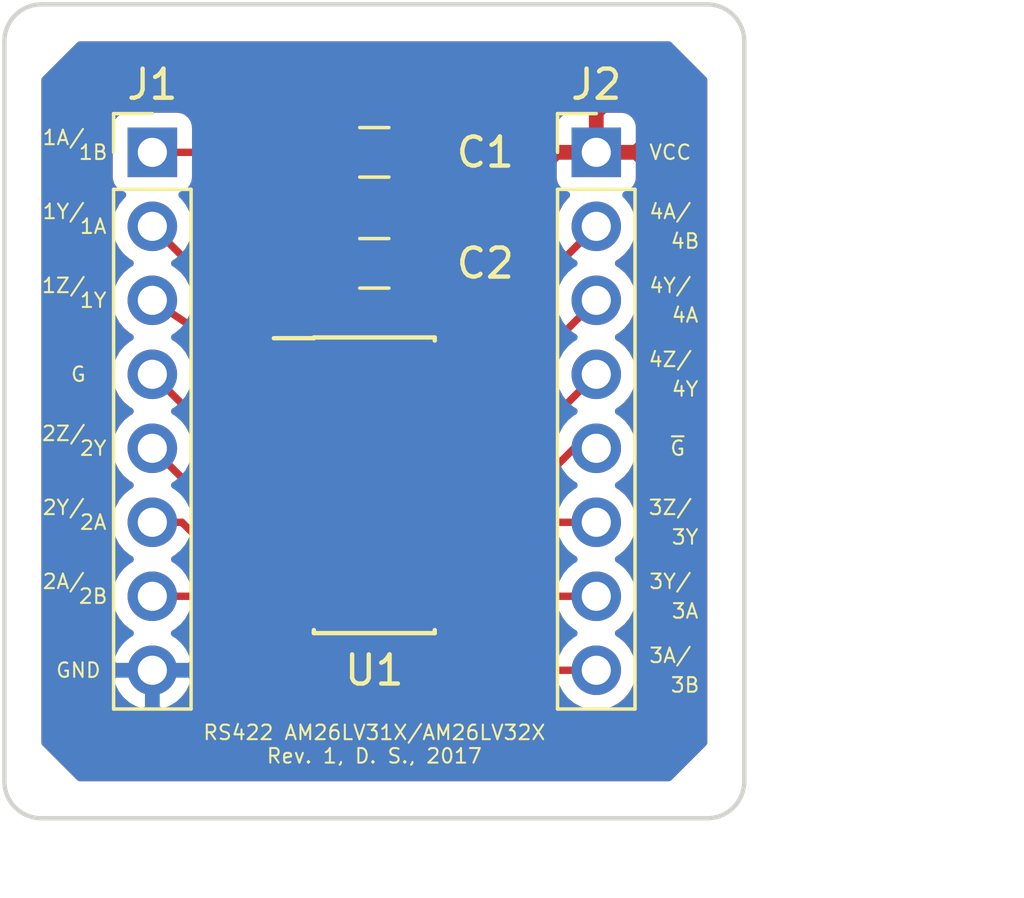
<source format=kicad_pcb>
(kicad_pcb (version 4) (host pcbnew 4.0.6-e0-6349~53~ubuntu16.04.1)

  (general
    (links 20)
    (no_connects 0)
    (area 129.464999 88.824999 167.413715 121.572001)
    (thickness 1.6002)
    (drawings 39)
    (tracks 61)
    (zones 0)
    (modules 5)
    (nets 17)
  )

  (page USLetter)
  (title_block
    (title RS422-breakout)
    (date 2017-05-15)
    (rev 1)
    (company "Space Sciences Laboratory")
    (comment 1 "Drawn by David Sundkvist")
  )

  (layers
    (0 F.Cu signal)
    (31 B.Cu signal)
    (34 B.Paste user)
    (35 F.Paste user)
    (36 B.SilkS user)
    (37 F.SilkS user)
    (38 B.Mask user)
    (39 F.Mask user)
    (40 Dwgs.User user)
    (41 Cmts.User user)
    (42 Eco1.User user)
    (43 Eco2.User user)
    (44 Edge.Cuts user)
    (45 Margin user)
  )

  (setup
    (last_trace_width 0.254)
    (trace_clearance 0.254)
    (zone_clearance 0.508)
    (zone_45_only yes)
    (trace_min 0.1524)
    (segment_width 0.2)
    (edge_width 0.15)
    (via_size 0.6858)
    (via_drill 0.3302)
    (via_min_size 0.6858)
    (via_min_drill 0.3302)
    (uvia_size 0.762)
    (uvia_drill 0.508)
    (uvias_allowed no)
    (uvia_min_size 0)
    (uvia_min_drill 0)
    (pcb_text_width 0.3)
    (pcb_text_size 1.5 1.5)
    (mod_edge_width 0.15)
    (mod_text_size 1 1)
    (mod_text_width 0.15)
    (pad_size 1.524 1.524)
    (pad_drill 0.762)
    (pad_to_mask_clearance 0.2)
    (aux_axis_origin 0 0)
    (visible_elements FFFEFF7F)
    (pcbplotparams
      (layerselection 0x010f0_80000001)
      (usegerberextensions true)
      (excludeedgelayer true)
      (linewidth 0.100000)
      (plotframeref false)
      (viasonmask false)
      (mode 1)
      (useauxorigin false)
      (hpglpennumber 1)
      (hpglpenspeed 20)
      (hpglpendiameter 15)
      (hpglpenoverlay 2)
      (psnegative false)
      (psa4output false)
      (plotreference true)
      (plotvalue true)
      (plotinvisibletext false)
      (padsonsilk false)
      (subtractmaskfromsilk false)
      (outputformat 1)
      (mirror false)
      (drillshape 0)
      (scaleselection 1)
      (outputdirectory /home/davids/KiCAD/TRICE2/RS422_breakout/gerbers))
  )

  (net 0 "")
  (net 1 VCC)
  (net 2 GND)
  (net 3 1A)
  (net 4 1Y)
  (net 5 1Z)
  (net 6 G)
  (net 7 2Z)
  (net 8 2Y)
  (net 9 2A)
  (net 10 4A)
  (net 11 4Y)
  (net 12 4Z)
  (net 13 ~G~)
  (net 14 3Z)
  (net 15 3Y)
  (net 16 3A)

  (net_class Default "This is the default net class."
    (clearance 0.254)
    (trace_width 0.254)
    (via_dia 0.6858)
    (via_drill 0.3302)
    (uvia_dia 0.762)
    (uvia_drill 0.508)
    (add_net 1A)
    (add_net 1Y)
    (add_net 1Z)
    (add_net 2A)
    (add_net 2Y)
    (add_net 2Z)
    (add_net 3A)
    (add_net 3Y)
    (add_net 3Z)
    (add_net 4A)
    (add_net 4Y)
    (add_net 4Z)
    (add_net G)
    (add_net VCC)
    (add_net ~G~)
  )

  (net_class Ground ""
    (clearance 0.2)
    (trace_width 0.35)
    (via_dia 0.6858)
    (via_drill 0.3302)
    (uvia_dia 0.762)
    (uvia_drill 0.508)
    (add_net GND)
  )

  (module Capacitors_SMD:C_0805_HandSoldering (layer F.Cu) (tedit 591A3A21) (tstamp 591A31FA)
    (at 142.24 93.98 180)
    (descr "Capacitor SMD 0805, hand soldering")
    (tags "capacitor 0805")
    (path /591A322E)
    (attr smd)
    (fp_text reference C1 (at -3.81 0 180) (layer F.SilkS)
      (effects (font (size 1 1) (thickness 0.15)))
    )
    (fp_text value 1uF (at 0 1.75 180) (layer F.Fab)
      (effects (font (size 1 1) (thickness 0.15)))
    )
    (fp_text user %R (at 0 -1.75 180) (layer F.Fab)
      (effects (font (size 1 1) (thickness 0.15)))
    )
    (fp_line (start -1 0.62) (end -1 -0.62) (layer F.Fab) (width 0.1))
    (fp_line (start 1 0.62) (end -1 0.62) (layer F.Fab) (width 0.1))
    (fp_line (start 1 -0.62) (end 1 0.62) (layer F.Fab) (width 0.1))
    (fp_line (start -1 -0.62) (end 1 -0.62) (layer F.Fab) (width 0.1))
    (fp_line (start 0.5 -0.85) (end -0.5 -0.85) (layer F.SilkS) (width 0.12))
    (fp_line (start -0.5 0.85) (end 0.5 0.85) (layer F.SilkS) (width 0.12))
    (fp_line (start -2.25 -0.88) (end 2.25 -0.88) (layer F.CrtYd) (width 0.05))
    (fp_line (start -2.25 -0.88) (end -2.25 0.87) (layer F.CrtYd) (width 0.05))
    (fp_line (start 2.25 0.87) (end 2.25 -0.88) (layer F.CrtYd) (width 0.05))
    (fp_line (start 2.25 0.87) (end -2.25 0.87) (layer F.CrtYd) (width 0.05))
    (pad 1 smd rect (at -1.25 0 180) (size 1.5 1.25) (layers F.Cu F.Paste F.Mask)
      (net 1 VCC))
    (pad 2 smd rect (at 1.25 0 180) (size 1.5 1.25) (layers F.Cu F.Paste F.Mask)
      (net 2 GND))
    (model Capacitors_SMD.3dshapes/C_0805.wrl
      (at (xyz 0 0 0))
      (scale (xyz 1 1 1))
      (rotate (xyz 0 0 0))
    )
  )

  (module Capacitors_SMD:C_0805_HandSoldering (layer F.Cu) (tedit 591A3A24) (tstamp 591A3200)
    (at 142.24 97.79 180)
    (descr "Capacitor SMD 0805, hand soldering")
    (tags "capacitor 0805")
    (path /591A3327)
    (attr smd)
    (fp_text reference C2 (at -3.81 0 180) (layer F.SilkS)
      (effects (font (size 1 1) (thickness 0.15)))
    )
    (fp_text value 10nF (at 0 1.75 180) (layer F.Fab)
      (effects (font (size 1 1) (thickness 0.15)))
    )
    (fp_text user %R (at 0 -1.75 180) (layer F.Fab)
      (effects (font (size 1 1) (thickness 0.15)))
    )
    (fp_line (start -1 0.62) (end -1 -0.62) (layer F.Fab) (width 0.1))
    (fp_line (start 1 0.62) (end -1 0.62) (layer F.Fab) (width 0.1))
    (fp_line (start 1 -0.62) (end 1 0.62) (layer F.Fab) (width 0.1))
    (fp_line (start -1 -0.62) (end 1 -0.62) (layer F.Fab) (width 0.1))
    (fp_line (start 0.5 -0.85) (end -0.5 -0.85) (layer F.SilkS) (width 0.12))
    (fp_line (start -0.5 0.85) (end 0.5 0.85) (layer F.SilkS) (width 0.12))
    (fp_line (start -2.25 -0.88) (end 2.25 -0.88) (layer F.CrtYd) (width 0.05))
    (fp_line (start -2.25 -0.88) (end -2.25 0.87) (layer F.CrtYd) (width 0.05))
    (fp_line (start 2.25 0.87) (end 2.25 -0.88) (layer F.CrtYd) (width 0.05))
    (fp_line (start 2.25 0.87) (end -2.25 0.87) (layer F.CrtYd) (width 0.05))
    (pad 1 smd rect (at -1.25 0 180) (size 1.5 1.25) (layers F.Cu F.Paste F.Mask)
      (net 1 VCC))
    (pad 2 smd rect (at 1.25 0 180) (size 1.5 1.25) (layers F.Cu F.Paste F.Mask)
      (net 2 GND))
    (model Capacitors_SMD.3dshapes/C_0805.wrl
      (at (xyz 0 0 0))
      (scale (xyz 1 1 1))
      (rotate (xyz 0 0 0))
    )
  )

  (module Housings_SOIC:SOIC-16_3.9x9.9mm_Pitch1.27mm (layer F.Cu) (tedit 591A3A16) (tstamp 591A322C)
    (at 142.24 105.41)
    (descr "16-Lead Plastic Small Outline (SL) - Narrow, 3.90 mm Body [SOIC] (see Microchip Packaging Specification 00000049BS.pdf)")
    (tags "SOIC 1.27")
    (path /591A21EC)
    (attr smd)
    (fp_text reference U1 (at 0 6.35) (layer F.SilkS)
      (effects (font (size 1 1) (thickness 0.15)))
    )
    (fp_text value AM26LV31 (at 0 6) (layer F.Fab)
      (effects (font (size 1 1) (thickness 0.15)))
    )
    (fp_text user %R (at 0 0) (layer F.Fab)
      (effects (font (size 0.9 0.9) (thickness 0.135)))
    )
    (fp_line (start -0.95 -4.95) (end 1.95 -4.95) (layer F.Fab) (width 0.15))
    (fp_line (start 1.95 -4.95) (end 1.95 4.95) (layer F.Fab) (width 0.15))
    (fp_line (start 1.95 4.95) (end -1.95 4.95) (layer F.Fab) (width 0.15))
    (fp_line (start -1.95 4.95) (end -1.95 -3.95) (layer F.Fab) (width 0.15))
    (fp_line (start -1.95 -3.95) (end -0.95 -4.95) (layer F.Fab) (width 0.15))
    (fp_line (start -3.7 -5.25) (end -3.7 5.25) (layer F.CrtYd) (width 0.05))
    (fp_line (start 3.7 -5.25) (end 3.7 5.25) (layer F.CrtYd) (width 0.05))
    (fp_line (start -3.7 -5.25) (end 3.7 -5.25) (layer F.CrtYd) (width 0.05))
    (fp_line (start -3.7 5.25) (end 3.7 5.25) (layer F.CrtYd) (width 0.05))
    (fp_line (start -2.075 -5.075) (end -2.075 -5.05) (layer F.SilkS) (width 0.15))
    (fp_line (start 2.075 -5.075) (end 2.075 -4.97) (layer F.SilkS) (width 0.15))
    (fp_line (start 2.075 5.075) (end 2.075 4.97) (layer F.SilkS) (width 0.15))
    (fp_line (start -2.075 5.075) (end -2.075 4.97) (layer F.SilkS) (width 0.15))
    (fp_line (start -2.075 -5.075) (end 2.075 -5.075) (layer F.SilkS) (width 0.15))
    (fp_line (start -2.075 5.075) (end 2.075 5.075) (layer F.SilkS) (width 0.15))
    (fp_line (start -2.075 -5.05) (end -3.45 -5.05) (layer F.SilkS) (width 0.15))
    (pad 1 smd rect (at -2.7 -4.445) (size 1.5 0.6) (layers F.Cu F.Paste F.Mask)
      (net 3 1A))
    (pad 2 smd rect (at -2.7 -3.175) (size 1.5 0.6) (layers F.Cu F.Paste F.Mask)
      (net 4 1Y))
    (pad 3 smd rect (at -2.7 -1.905) (size 1.5 0.6) (layers F.Cu F.Paste F.Mask)
      (net 5 1Z))
    (pad 4 smd rect (at -2.7 -0.635) (size 1.5 0.6) (layers F.Cu F.Paste F.Mask)
      (net 6 G))
    (pad 5 smd rect (at -2.7 0.635) (size 1.5 0.6) (layers F.Cu F.Paste F.Mask)
      (net 7 2Z))
    (pad 6 smd rect (at -2.7 1.905) (size 1.5 0.6) (layers F.Cu F.Paste F.Mask)
      (net 8 2Y))
    (pad 7 smd rect (at -2.7 3.175) (size 1.5 0.6) (layers F.Cu F.Paste F.Mask)
      (net 9 2A))
    (pad 8 smd rect (at -2.7 4.445) (size 1.5 0.6) (layers F.Cu F.Paste F.Mask)
      (net 2 GND))
    (pad 9 smd rect (at 2.7 4.445) (size 1.5 0.6) (layers F.Cu F.Paste F.Mask)
      (net 16 3A))
    (pad 10 smd rect (at 2.7 3.175) (size 1.5 0.6) (layers F.Cu F.Paste F.Mask)
      (net 15 3Y))
    (pad 11 smd rect (at 2.7 1.905) (size 1.5 0.6) (layers F.Cu F.Paste F.Mask)
      (net 14 3Z))
    (pad 12 smd rect (at 2.7 0.635) (size 1.5 0.6) (layers F.Cu F.Paste F.Mask)
      (net 13 ~G~))
    (pad 13 smd rect (at 2.7 -0.635) (size 1.5 0.6) (layers F.Cu F.Paste F.Mask)
      (net 12 4Z))
    (pad 14 smd rect (at 2.7 -1.905) (size 1.5 0.6) (layers F.Cu F.Paste F.Mask)
      (net 11 4Y))
    (pad 15 smd rect (at 2.7 -3.175) (size 1.5 0.6) (layers F.Cu F.Paste F.Mask)
      (net 10 4A))
    (pad 16 smd rect (at 2.7 -4.445) (size 1.5 0.6) (layers F.Cu F.Paste F.Mask)
      (net 1 VCC))
    (model Housings_SOIC.3dshapes/SOIC-16_3.9x9.9mm_Pitch1.27mm.wrl
      (at (xyz 0 0 0))
      (scale (xyz 1 1 1))
      (rotate (xyz 0 0 0))
    )
  )

  (module Pin_Headers:Pin_Header_Straight_1x08_Pitch2.54mm (layer F.Cu) (tedit 58CD4EC1) (tstamp 591B478C)
    (at 134.62 93.98)
    (descr "Through hole straight pin header, 1x08, 2.54mm pitch, single row")
    (tags "Through hole pin header THT 1x08 2.54mm single row")
    (path /591A26F9)
    (fp_text reference J1 (at 0 -2.33) (layer F.SilkS)
      (effects (font (size 1 1) (thickness 0.15)))
    )
    (fp_text value CONN_01X08 (at 0 20.11) (layer F.Fab)
      (effects (font (size 1 1) (thickness 0.15)))
    )
    (fp_line (start -1.27 -1.27) (end -1.27 19.05) (layer F.Fab) (width 0.1))
    (fp_line (start -1.27 19.05) (end 1.27 19.05) (layer F.Fab) (width 0.1))
    (fp_line (start 1.27 19.05) (end 1.27 -1.27) (layer F.Fab) (width 0.1))
    (fp_line (start 1.27 -1.27) (end -1.27 -1.27) (layer F.Fab) (width 0.1))
    (fp_line (start -1.33 1.27) (end -1.33 19.11) (layer F.SilkS) (width 0.12))
    (fp_line (start -1.33 19.11) (end 1.33 19.11) (layer F.SilkS) (width 0.12))
    (fp_line (start 1.33 19.11) (end 1.33 1.27) (layer F.SilkS) (width 0.12))
    (fp_line (start 1.33 1.27) (end -1.33 1.27) (layer F.SilkS) (width 0.12))
    (fp_line (start -1.33 0) (end -1.33 -1.33) (layer F.SilkS) (width 0.12))
    (fp_line (start -1.33 -1.33) (end 0 -1.33) (layer F.SilkS) (width 0.12))
    (fp_line (start -1.8 -1.8) (end -1.8 19.55) (layer F.CrtYd) (width 0.05))
    (fp_line (start -1.8 19.55) (end 1.8 19.55) (layer F.CrtYd) (width 0.05))
    (fp_line (start 1.8 19.55) (end 1.8 -1.8) (layer F.CrtYd) (width 0.05))
    (fp_line (start 1.8 -1.8) (end -1.8 -1.8) (layer F.CrtYd) (width 0.05))
    (fp_text user %R (at 0 -2.33) (layer F.Fab)
      (effects (font (size 1 1) (thickness 0.15)))
    )
    (pad 1 thru_hole rect (at 0 0) (size 1.7 1.7) (drill 1) (layers *.Cu *.Mask)
      (net 3 1A))
    (pad 2 thru_hole oval (at 0 2.54) (size 1.7 1.7) (drill 1) (layers *.Cu *.Mask)
      (net 4 1Y))
    (pad 3 thru_hole oval (at 0 5.08) (size 1.7 1.7) (drill 1) (layers *.Cu *.Mask)
      (net 5 1Z))
    (pad 4 thru_hole oval (at 0 7.62) (size 1.7 1.7) (drill 1) (layers *.Cu *.Mask)
      (net 6 G))
    (pad 5 thru_hole oval (at 0 10.16) (size 1.7 1.7) (drill 1) (layers *.Cu *.Mask)
      (net 7 2Z))
    (pad 6 thru_hole oval (at 0 12.7) (size 1.7 1.7) (drill 1) (layers *.Cu *.Mask)
      (net 8 2Y))
    (pad 7 thru_hole oval (at 0 15.24) (size 1.7 1.7) (drill 1) (layers *.Cu *.Mask)
      (net 9 2A))
    (pad 8 thru_hole oval (at 0 17.78) (size 1.7 1.7) (drill 1) (layers *.Cu *.Mask)
      (net 2 GND))
    (model ${KISYS3DMOD}/Pin_Headers.3dshapes/Pin_Header_Straight_1x08_Pitch2.54mm.wrl
      (at (xyz 0 -0.35 0))
      (scale (xyz 1 1 1))
      (rotate (xyz 0 0 90))
    )
  )

  (module Pin_Headers:Pin_Header_Straight_1x08_Pitch2.54mm (layer F.Cu) (tedit 58CD4EC1) (tstamp 591B4797)
    (at 149.86 93.98)
    (descr "Through hole straight pin header, 1x08, 2.54mm pitch, single row")
    (tags "Through hole pin header THT 1x08 2.54mm single row")
    (path /591A25E5)
    (fp_text reference J2 (at 0 -2.33) (layer F.SilkS)
      (effects (font (size 1 1) (thickness 0.15)))
    )
    (fp_text value CONN_01X08 (at 0 20.11) (layer F.Fab)
      (effects (font (size 1 1) (thickness 0.15)))
    )
    (fp_line (start -1.27 -1.27) (end -1.27 19.05) (layer F.Fab) (width 0.1))
    (fp_line (start -1.27 19.05) (end 1.27 19.05) (layer F.Fab) (width 0.1))
    (fp_line (start 1.27 19.05) (end 1.27 -1.27) (layer F.Fab) (width 0.1))
    (fp_line (start 1.27 -1.27) (end -1.27 -1.27) (layer F.Fab) (width 0.1))
    (fp_line (start -1.33 1.27) (end -1.33 19.11) (layer F.SilkS) (width 0.12))
    (fp_line (start -1.33 19.11) (end 1.33 19.11) (layer F.SilkS) (width 0.12))
    (fp_line (start 1.33 19.11) (end 1.33 1.27) (layer F.SilkS) (width 0.12))
    (fp_line (start 1.33 1.27) (end -1.33 1.27) (layer F.SilkS) (width 0.12))
    (fp_line (start -1.33 0) (end -1.33 -1.33) (layer F.SilkS) (width 0.12))
    (fp_line (start -1.33 -1.33) (end 0 -1.33) (layer F.SilkS) (width 0.12))
    (fp_line (start -1.8 -1.8) (end -1.8 19.55) (layer F.CrtYd) (width 0.05))
    (fp_line (start -1.8 19.55) (end 1.8 19.55) (layer F.CrtYd) (width 0.05))
    (fp_line (start 1.8 19.55) (end 1.8 -1.8) (layer F.CrtYd) (width 0.05))
    (fp_line (start 1.8 -1.8) (end -1.8 -1.8) (layer F.CrtYd) (width 0.05))
    (fp_text user %R (at 0 -2.33) (layer F.Fab)
      (effects (font (size 1 1) (thickness 0.15)))
    )
    (pad 1 thru_hole rect (at 0 0) (size 1.7 1.7) (drill 1) (layers *.Cu *.Mask)
      (net 1 VCC))
    (pad 2 thru_hole oval (at 0 2.54) (size 1.7 1.7) (drill 1) (layers *.Cu *.Mask)
      (net 10 4A))
    (pad 3 thru_hole oval (at 0 5.08) (size 1.7 1.7) (drill 1) (layers *.Cu *.Mask)
      (net 11 4Y))
    (pad 4 thru_hole oval (at 0 7.62) (size 1.7 1.7) (drill 1) (layers *.Cu *.Mask)
      (net 12 4Z))
    (pad 5 thru_hole oval (at 0 10.16) (size 1.7 1.7) (drill 1) (layers *.Cu *.Mask)
      (net 13 ~G~))
    (pad 6 thru_hole oval (at 0 12.7) (size 1.7 1.7) (drill 1) (layers *.Cu *.Mask)
      (net 14 3Z))
    (pad 7 thru_hole oval (at 0 15.24) (size 1.7 1.7) (drill 1) (layers *.Cu *.Mask)
      (net 15 3Y))
    (pad 8 thru_hole oval (at 0 17.78) (size 1.7 1.7) (drill 1) (layers *.Cu *.Mask)
      (net 16 3A))
    (model ${KISYS3DMOD}/Pin_Headers.3dshapes/Pin_Header_Straight_1x08_Pitch2.54mm.wrl
      (at (xyz 0 -0.35 0))
      (scale (xyz 1 1 1))
      (rotate (xyz 0 0 90))
    )
  )

  (gr_text 3B (at 152.908 112.268) (layer F.SilkS)
    (effects (font (size 0.5 0.5) (thickness 0.07)))
  )
  (gr_text 3A (at 152.908 109.728) (layer F.SilkS)
    (effects (font (size 0.5 0.5) (thickness 0.07)))
  )
  (gr_text 3Y (at 152.908 107.188) (layer F.SilkS)
    (effects (font (size 0.5 0.5) (thickness 0.07)))
  )
  (gr_text 4Y (at 152.908 102.108) (layer F.SilkS)
    (effects (font (size 0.5 0.5) (thickness 0.07)))
  )
  (gr_text 4A (at 152.908 99.568) (layer F.SilkS)
    (effects (font (size 0.5 0.5) (thickness 0.07)))
  )
  (gr_text 4B (at 152.908 97.028) (layer F.SilkS)
    (effects (font (size 0.5 0.5) (thickness 0.07)))
  )
  (gr_text 2B (at 132.588 109.22) (layer F.SilkS)
    (effects (font (size 0.5 0.5) (thickness 0.07)))
  )
  (gr_text 2A (at 132.588 106.68) (layer F.SilkS)
    (effects (font (size 0.5 0.5) (thickness 0.07)))
  )
  (gr_text 2Y (at 132.588 104.14) (layer F.SilkS)
    (effects (font (size 0.5 0.5) (thickness 0.07)))
  )
  (gr_text 1Y (at 132.588 99.06) (layer F.SilkS)
    (effects (font (size 0.5 0.5) (thickness 0.07)))
  )
  (gr_text 1A (at 132.588 96.52) (layer F.SilkS)
    (effects (font (size 0.5 0.5) (thickness 0.07)))
  )
  (gr_text 1B (at 132.588 93.98) (layer F.SilkS)
    (effects (font (size 0.5 0.5) (thickness 0.07)))
  )
  (dimension 27.94 (width 0.3) (layer Eco1.User)
    (gr_text "1.1000 in" (at 161.878 102.87 90) (layer Eco1.User)
      (effects (font (size 1.5 1.5) (thickness 0.3)))
    )
    (feature1 (pts (xy 153.162 88.9) (xy 163.228 88.9)))
    (feature2 (pts (xy 153.162 116.84) (xy 163.228 116.84)))
    (crossbar (pts (xy 160.528 116.84) (xy 160.528 88.9)))
    (arrow1a (pts (xy 160.528 88.9) (xy 161.114421 90.026504)))
    (arrow1b (pts (xy 160.528 88.9) (xy 159.941579 90.026504)))
    (arrow2a (pts (xy 160.528 116.84) (xy 161.114421 115.713496)))
    (arrow2b (pts (xy 160.528 116.84) (xy 159.941579 115.713496)))
  )
  (dimension 25.4 (width 0.3) (layer Eco1.User)
    (gr_text "1.0000 in" (at 142.24 120.222) (layer Eco1.User)
      (effects (font (size 1.5 1.5) (thickness 0.3)))
    )
    (feature1 (pts (xy 154.94 115.316) (xy 154.94 121.572)))
    (feature2 (pts (xy 129.54 115.316) (xy 129.54 121.572)))
    (crossbar (pts (xy 129.54 118.872) (xy 154.94 118.872)))
    (arrow1a (pts (xy 154.94 118.872) (xy 153.813496 119.458421)))
    (arrow1b (pts (xy 154.94 118.872) (xy 153.813496 118.285579)))
    (arrow2a (pts (xy 129.54 118.872) (xy 130.666504 119.458421)))
    (arrow2b (pts (xy 129.54 118.872) (xy 130.666504 118.285579)))
  )
  (gr_text 2A/ (at 131.572 108.712) (layer F.SilkS)
    (effects (font (size 0.5 0.5) (thickness 0.07)))
  )
  (gr_text 2Y/ (at 131.572 106.172) (layer F.SilkS)
    (effects (font (size 0.5 0.5) (thickness 0.07)))
  )
  (gr_text 2Z/ (at 131.572 103.632) (layer F.SilkS)
    (effects (font (size 0.5 0.5) (thickness 0.07)))
  )
  (gr_text G (at 132.08 101.6) (layer F.SilkS)
    (effects (font (size 0.5 0.5) (thickness 0.07)))
  )
  (gr_text 1Z/ (at 131.572 98.552) (layer F.SilkS)
    (effects (font (size 0.5 0.5) (thickness 0.07)))
  )
  (gr_text 1Y/ (at 131.572 96.012) (layer F.SilkS)
    (effects (font (size 0.5 0.5) (thickness 0.07)))
  )
  (gr_text 1A/ (at 131.572 93.472) (layer F.SilkS)
    (effects (font (size 0.5 0.5) (thickness 0.07)))
  )
  (gr_text 3A/ (at 152.4 111.252) (layer F.SilkS)
    (effects (font (size 0.5 0.5) (thickness 0.07)))
  )
  (gr_text 3Y/ (at 152.4 108.712) (layer F.SilkS)
    (effects (font (size 0.5 0.5) (thickness 0.07)))
  )
  (gr_text 4Z/ (at 152.4 101.092) (layer F.SilkS)
    (effects (font (size 0.5 0.5) (thickness 0.07)))
  )
  (gr_text 4A/ (at 152.4 96.012) (layer F.SilkS)
    (effects (font (size 0.5 0.5) (thickness 0.07)))
  )
  (gr_text ~G~ (at 152.654 104.14) (layer F.SilkS)
    (effects (font (size 0.5 0.5) (thickness 0.07)))
  )
  (gr_text 4Y/ (at 152.4 98.552) (layer F.SilkS)
    (effects (font (size 0.5 0.5) (thickness 0.07)))
  )
  (gr_text 3Z/ (at 152.4 106.172) (layer F.SilkS)
    (effects (font (size 0.5 0.5) (thickness 0.07)))
  )
  (gr_text VCC (at 152.4 93.98) (layer F.SilkS)
    (effects (font (size 0.5 0.5) (thickness 0.07)))
  )
  (gr_text GND (at 132.08 111.76) (layer F.SilkS)
    (effects (font (size 0.5 0.5) (thickness 0.07)))
  )
  (gr_text "RS422 AM26LV31X/AM26LV32X\nRev. 1, D. S., 2017" (at 142.24 114.3) (layer F.SilkS)
    (effects (font (size 0.5 0.5) (thickness 0.07)))
  )
  (gr_arc (start 130.81 115.57) (end 130.81 116.84) (angle 90) (layer Edge.Cuts) (width 0.15))
  (gr_arc (start 130.81 90.17) (end 129.54 90.17) (angle 90) (layer Edge.Cuts) (width 0.15))
  (gr_arc (start 153.67 90.17) (end 153.67 88.9) (angle 90) (layer Edge.Cuts) (width 0.15))
  (gr_arc (start 153.67 115.57) (end 154.94 115.57) (angle 90) (layer Edge.Cuts) (width 0.15))
  (gr_line (start 129.54 115.57) (end 129.54 90.17) (angle 90) (layer Edge.Cuts) (width 0.15))
  (gr_line (start 153.67 116.84) (end 130.81 116.84) (angle 90) (layer Edge.Cuts) (width 0.15))
  (gr_line (start 154.94 90.17) (end 154.94 115.57) (angle 90) (layer Edge.Cuts) (width 0.15))
  (gr_line (start 130.81 88.9) (end 153.67 88.9) (angle 90) (layer Edge.Cuts) (width 0.15))

  (segment (start 144.94 100.965) (end 144.94 99.662) (width 0.254) (layer F.Cu) (net 1))
  (segment (start 148.082 93.98) (end 149.86 93.98) (width 0.254) (layer F.Cu) (net 1) (tstamp 591B6592))
  (segment (start 147.32 94.742) (end 148.082 93.98) (width 0.254) (layer F.Cu) (net 1) (tstamp 591B658B))
  (segment (start 147.32 97.282) (end 147.32 94.742) (width 0.254) (layer F.Cu) (net 1) (tstamp 591B6585))
  (segment (start 144.94 99.662) (end 147.32 97.282) (width 0.254) (layer F.Cu) (net 1) (tstamp 591B6580))
  (segment (start 139.54 109.855) (end 138.049 109.855) (width 0.35) (layer F.Cu) (net 2))
  (segment (start 136.144 111.76) (end 134.62 111.76) (width 0.35) (layer F.Cu) (net 2) (tstamp 591B64F3))
  (segment (start 138.049 109.855) (end 136.144 111.76) (width 0.35) (layer F.Cu) (net 2) (tstamp 591B64E9))
  (segment (start 140.99 97.79) (end 140.99 99.4356) (width 0.35) (layer F.Cu) (net 2))
  (segment (start 142.1892 109.855) (end 139.54 109.855) (width 0.35) (layer F.Cu) (net 2) (tstamp 591A425F))
  (segment (start 142.2654 109.7788) (end 142.1892 109.855) (width 0.35) (layer F.Cu) (net 2) (tstamp 591A4258))
  (segment (start 142.2654 100.711) (end 142.2654 109.7788) (width 0.35) (layer F.Cu) (net 2) (tstamp 591A424E))
  (segment (start 140.99 99.4356) (end 142.2654 100.711) (width 0.35) (layer F.Cu) (net 2) (tstamp 591A4245))
  (segment (start 140.99 93.98) (end 140.99 97.79) (width 0.35) (layer F.Cu) (net 2))
  (segment (start 139.54 100.965) (end 139.54 99.408) (width 0.254) (layer F.Cu) (net 3))
  (segment (start 136.398 93.98) (end 134.62 93.98) (width 0.254) (layer F.Cu) (net 3) (tstamp 591B6667))
  (segment (start 137.16 94.742) (end 136.398 93.98) (width 0.254) (layer F.Cu) (net 3) (tstamp 591B6664))
  (segment (start 137.16 97.028) (end 137.16 94.742) (width 0.254) (layer F.Cu) (net 3) (tstamp 591B665F))
  (segment (start 139.54 99.408) (end 137.16 97.028) (width 0.254) (layer F.Cu) (net 3) (tstamp 591B664D))
  (segment (start 139.54 102.235) (end 138.303 102.235) (width 0.254) (layer F.Cu) (net 4))
  (segment (start 137.668 99.568) (end 134.62 96.52) (width 0.254) (layer F.Cu) (net 4) (tstamp 591B61E4))
  (segment (start 137.668 101.6) (end 137.668 99.568) (width 0.254) (layer F.Cu) (net 4) (tstamp 591B61DC))
  (segment (start 138.303 102.235) (end 137.668 101.6) (width 0.254) (layer F.Cu) (net 4) (tstamp 591B61D5))
  (segment (start 139.54 103.505) (end 138.303 103.505) (width 0.254) (layer F.Cu) (net 5))
  (segment (start 138.303 103.505) (end 136.906 102.108) (width 0.254) (layer F.Cu) (net 5) (tstamp 591B61EE))
  (segment (start 136.906 102.108) (end 136.906 100.584) (width 0.254) (layer F.Cu) (net 5) (tstamp 591B61FF))
  (segment (start 136.906 100.584) (end 134.62 99.06) (width 0.254) (layer F.Cu) (net 5) (tstamp 591B6207))
  (segment (start 139.54 104.775) (end 137.795 104.775) (width 0.254) (layer F.Cu) (net 6))
  (segment (start 137.795 104.775) (end 134.62 101.6) (width 0.254) (layer F.Cu) (net 6) (tstamp 591B6226))
  (segment (start 139.54 106.045) (end 137.795 106.045) (width 0.254) (layer F.Cu) (net 7))
  (segment (start 135.636 105.156) (end 134.62 104.14) (width 0.254) (layer F.Cu) (net 7) (tstamp 591B6257))
  (segment (start 136.906 105.156) (end 135.636 105.156) (width 0.254) (layer F.Cu) (net 7) (tstamp 591B624C))
  (segment (start 137.795 106.045) (end 136.906 105.156) (width 0.254) (layer F.Cu) (net 7) (tstamp 591B6247))
  (segment (start 139.54 107.315) (end 136.271 107.315) (width 0.254) (layer F.Cu) (net 8))
  (segment (start 135.636 106.68) (end 134.62 106.68) (width 0.254) (layer F.Cu) (net 8) (tstamp 591B64D1))
  (segment (start 136.271 107.315) (end 135.636 106.68) (width 0.254) (layer F.Cu) (net 8) (tstamp 591B64C5))
  (segment (start 139.54 108.585) (end 137.287 108.585) (width 0.254) (layer F.Cu) (net 9))
  (segment (start 136.652 109.22) (end 134.62 109.22) (width 0.254) (layer F.Cu) (net 9) (tstamp 591B64E4))
  (segment (start 137.287 108.585) (end 136.652 109.22) (width 0.254) (layer F.Cu) (net 9) (tstamp 591B64DD))
  (segment (start 144.94 102.235) (end 146.431 102.235) (width 0.254) (layer F.Cu) (net 10))
  (segment (start 146.812 99.568) (end 149.86 96.52) (width 0.254) (layer F.Cu) (net 10) (tstamp 591B657B))
  (segment (start 146.812 101.854) (end 146.812 99.568) (width 0.254) (layer F.Cu) (net 10) (tstamp 591B6578))
  (segment (start 146.431 102.235) (end 146.812 101.854) (width 0.254) (layer F.Cu) (net 10) (tstamp 591B656C))
  (segment (start 144.94 103.505) (end 146.685 103.505) (width 0.254) (layer F.Cu) (net 11))
  (segment (start 147.828 101.092) (end 149.86 99.06) (width 0.254) (layer F.Cu) (net 11) (tstamp 591B6566))
  (segment (start 147.828 102.362) (end 147.828 101.092) (width 0.254) (layer F.Cu) (net 11) (tstamp 591B6559))
  (segment (start 146.685 103.505) (end 147.828 102.362) (width 0.254) (layer F.Cu) (net 11) (tstamp 591B654D))
  (segment (start 144.94 104.775) (end 146.685 104.775) (width 0.254) (layer F.Cu) (net 12))
  (segment (start 146.685 104.775) (end 149.86 101.6) (width 0.254) (layer F.Cu) (net 12) (tstamp 591B653E))
  (segment (start 144.94 106.045) (end 147.193 106.045) (width 0.254) (layer F.Cu) (net 13))
  (segment (start 147.193 106.045) (end 149.098 104.14) (width 0.254) (layer F.Cu) (net 13) (tstamp 591B652E))
  (segment (start 149.098 104.14) (end 149.86 104.14) (width 0.254) (layer F.Cu) (net 13) (tstamp 591B6537))
  (segment (start 144.94 107.315) (end 147.447 107.315) (width 0.254) (layer F.Cu) (net 14))
  (segment (start 148.082 106.68) (end 149.86 106.68) (width 0.254) (layer F.Cu) (net 14) (tstamp 591B6520))
  (segment (start 147.447 107.315) (end 148.082 106.68) (width 0.254) (layer F.Cu) (net 14) (tstamp 591B651D))
  (segment (start 144.94 108.585) (end 146.939 108.585) (width 0.254) (layer F.Cu) (net 15))
  (segment (start 147.574 109.22) (end 149.86 109.22) (width 0.254) (layer F.Cu) (net 15) (tstamp 591B650B))
  (segment (start 146.939 108.585) (end 147.574 109.22) (width 0.254) (layer F.Cu) (net 15) (tstamp 591B6504))
  (segment (start 144.94 109.855) (end 146.177 109.855) (width 0.254) (layer F.Cu) (net 16))
  (segment (start 148.082 111.76) (end 149.86 111.76) (width 0.254) (layer F.Cu) (net 16) (tstamp 591B64FE))
  (segment (start 146.177 109.855) (end 148.082 111.76) (width 0.254) (layer F.Cu) (net 16) (tstamp 591B64FB))

  (zone (net 1) (net_name VCC) (layer F.Cu) (tstamp 591A3B9E) (hatch edge 0.508)
    (connect_pads (clearance 0.508))
    (min_thickness 0.254)
    (fill yes (arc_segments 32) (thermal_gap 0.508) (thermal_bridge_width 0.508))
    (polygon
      (pts
        (xy 132.08 115.57) (xy 130.81 114.3) (xy 130.81 91.44) (xy 132.08 90.17) (xy 152.4 90.17)
        (xy 153.67 91.44) (xy 153.67 114.3) (xy 152.4 115.57)
      )
    )
    (filled_polygon
      (pts
        (xy 153.543 91.492606) (xy 153.543 114.247394) (xy 152.347394 115.443) (xy 132.132606 115.443) (xy 130.937 114.247394)
        (xy 130.937 96.509633) (xy 133.127851 96.509633) (xy 133.154118 96.798261) (xy 133.235947 97.076291) (xy 133.37022 97.333131)
        (xy 133.551823 97.559) (xy 133.773839 97.745294) (xy 133.854247 97.789498) (xy 133.791029 97.823112) (xy 133.566433 98.006287)
        (xy 133.381694 98.229599) (xy 133.243848 98.484539) (xy 133.158146 98.761399) (xy 133.127851 99.049633) (xy 133.154118 99.338261)
        (xy 133.235947 99.616291) (xy 133.37022 99.873131) (xy 133.551823 100.099) (xy 133.773839 100.285294) (xy 133.854247 100.329498)
        (xy 133.791029 100.363112) (xy 133.566433 100.546287) (xy 133.381694 100.769599) (xy 133.243848 101.024539) (xy 133.158146 101.301399)
        (xy 133.127851 101.589633) (xy 133.154118 101.878261) (xy 133.235947 102.156291) (xy 133.37022 102.413131) (xy 133.551823 102.639)
        (xy 133.773839 102.825294) (xy 133.854247 102.869498) (xy 133.791029 102.903112) (xy 133.566433 103.086287) (xy 133.381694 103.309599)
        (xy 133.243848 103.564539) (xy 133.158146 103.841399) (xy 133.127851 104.129633) (xy 133.154118 104.418261) (xy 133.235947 104.696291)
        (xy 133.37022 104.953131) (xy 133.551823 105.179) (xy 133.773839 105.365294) (xy 133.854247 105.409498) (xy 133.791029 105.443112)
        (xy 133.566433 105.626287) (xy 133.381694 105.849599) (xy 133.243848 106.104539) (xy 133.158146 106.381399) (xy 133.127851 106.669633)
        (xy 133.154118 106.958261) (xy 133.235947 107.236291) (xy 133.37022 107.493131) (xy 133.551823 107.719) (xy 133.773839 107.905294)
        (xy 133.854247 107.949498) (xy 133.791029 107.983112) (xy 133.566433 108.166287) (xy 133.381694 108.389599) (xy 133.243848 108.644539)
        (xy 133.158146 108.921399) (xy 133.127851 109.209633) (xy 133.154118 109.498261) (xy 133.235947 109.776291) (xy 133.37022 110.033131)
        (xy 133.551823 110.259) (xy 133.773839 110.445294) (xy 133.854247 110.489498) (xy 133.791029 110.523112) (xy 133.566433 110.706287)
        (xy 133.381694 110.929599) (xy 133.243848 111.184539) (xy 133.158146 111.461399) (xy 133.127851 111.749633) (xy 133.154118 112.038261)
        (xy 133.235947 112.316291) (xy 133.37022 112.573131) (xy 133.551823 112.799) (xy 133.773839 112.985294) (xy 134.027811 113.124916)
        (xy 134.304066 113.212549) (xy 134.592081 113.244855) (xy 134.612815 113.245) (xy 134.627185 113.245) (xy 134.915623 113.216718)
        (xy 135.193075 113.132951) (xy 135.448971 112.996888) (xy 135.673567 112.813713) (xy 135.858306 112.590401) (xy 135.869337 112.57)
        (xy 136.144 112.57) (xy 136.218535 112.562692) (xy 136.293001 112.556177) (xy 136.297087 112.55499) (xy 136.30133 112.554574)
        (xy 136.372962 112.532947) (xy 136.444808 112.512074) (xy 136.448593 112.510112) (xy 136.452667 112.508882) (xy 136.518689 112.473777)
        (xy 136.585158 112.439323) (xy 136.588488 112.436665) (xy 136.592247 112.434666) (xy 136.650225 112.38738) (xy 136.708704 112.340697)
        (xy 136.714627 112.334855) (xy 136.714754 112.334752) (xy 136.714851 112.334635) (xy 136.716756 112.332756) (xy 138.384513 110.665)
        (xy 138.414495 110.665) (xy 138.44855 110.694025) (xy 138.612237 110.76781) (xy 138.79 110.793072) (xy 140.29 110.793072)
        (xy 140.391121 110.785008) (xy 140.562634 110.731894) (xy 140.664149 110.665) (xy 142.1892 110.665) (xy 142.263735 110.657692)
        (xy 142.338201 110.651177) (xy 142.342287 110.64999) (xy 142.34653 110.649574) (xy 142.418162 110.627947) (xy 142.490008 110.607074)
        (xy 142.493793 110.605112) (xy 142.497867 110.603882) (xy 142.563889 110.568777) (xy 142.5702 110.565506) (xy 142.5702 110.5662)
        (xy 142.578885 110.612359) (xy 142.606165 110.654753) (xy 142.64779 110.683194) (xy 142.6972 110.6932) (xy 143.7386 110.6932)
        (xy 143.784759 110.684515) (xy 143.814749 110.665217) (xy 143.84855 110.694025) (xy 144.012237 110.76781) (xy 144.19 110.793072)
        (xy 145.69 110.793072) (xy 145.791121 110.785008) (xy 145.962634 110.731894) (xy 145.97085 110.72648) (xy 147.543185 112.298815)
        (xy 147.597599 112.343512) (xy 147.651495 112.388736) (xy 147.655003 112.390664) (xy 147.658103 112.393211) (xy 147.720204 112.426509)
        (xy 147.781816 112.460381) (xy 147.785632 112.461591) (xy 147.789167 112.463487) (xy 147.856551 112.484088) (xy 147.923571 112.505348)
        (xy 147.927549 112.505794) (xy 147.931385 112.506967) (xy 148.001422 112.514081) (xy 148.071361 112.521926) (xy 148.079197 112.521981)
        (xy 148.07934 112.521995) (xy 148.079473 112.521982) (xy 148.082 112.522) (xy 148.583489 112.522) (xy 148.61022 112.573131)
        (xy 148.791823 112.799) (xy 149.013839 112.985294) (xy 149.267811 113.124916) (xy 149.544066 113.212549) (xy 149.832081 113.244855)
        (xy 149.852815 113.245) (xy 149.867185 113.245) (xy 150.155623 113.216718) (xy 150.433075 113.132951) (xy 150.688971 112.996888)
        (xy 150.913567 112.813713) (xy 151.098306 112.590401) (xy 151.236152 112.335461) (xy 151.321854 112.058601) (xy 151.352149 111.770367)
        (xy 151.325882 111.481739) (xy 151.244053 111.203709) (xy 151.10978 110.946869) (xy 150.928177 110.721) (xy 150.706161 110.534706)
        (xy 150.625753 110.490502) (xy 150.688971 110.456888) (xy 150.913567 110.273713) (xy 151.098306 110.050401) (xy 151.236152 109.795461)
        (xy 151.321854 109.518601) (xy 151.352149 109.230367) (xy 151.325882 108.941739) (xy 151.244053 108.663709) (xy 151.10978 108.406869)
        (xy 150.928177 108.181) (xy 150.706161 107.994706) (xy 150.625753 107.950502) (xy 150.688971 107.916888) (xy 150.913567 107.733713)
        (xy 151.098306 107.510401) (xy 151.236152 107.255461) (xy 151.321854 106.978601) (xy 151.352149 106.690367) (xy 151.325882 106.401739)
        (xy 151.244053 106.123709) (xy 151.10978 105.866869) (xy 150.928177 105.641) (xy 150.706161 105.454706) (xy 150.625753 105.410502)
        (xy 150.688971 105.376888) (xy 150.913567 105.193713) (xy 151.098306 104.970401) (xy 151.236152 104.715461) (xy 151.321854 104.438601)
        (xy 151.352149 104.150367) (xy 151.325882 103.861739) (xy 151.244053 103.583709) (xy 151.10978 103.326869) (xy 150.928177 103.101)
        (xy 150.706161 102.914706) (xy 150.625753 102.870502) (xy 150.688971 102.836888) (xy 150.913567 102.653713) (xy 151.098306 102.430401)
        (xy 151.236152 102.175461) (xy 151.321854 101.898601) (xy 151.352149 101.610367) (xy 151.325882 101.321739) (xy 151.244053 101.043709)
        (xy 151.10978 100.786869) (xy 150.928177 100.561) (xy 150.706161 100.374706) (xy 150.625753 100.330502) (xy 150.688971 100.296888)
        (xy 150.913567 100.113713) (xy 151.098306 99.890401) (xy 151.236152 99.635461) (xy 151.321854 99.358601) (xy 151.352149 99.070367)
        (xy 151.325882 98.781739) (xy 151.244053 98.503709) (xy 151.10978 98.246869) (xy 150.928177 98.021) (xy 150.706161 97.834706)
        (xy 150.625753 97.790502) (xy 150.688971 97.756888) (xy 150.913567 97.573713) (xy 151.098306 97.350401) (xy 151.236152 97.095461)
        (xy 151.321854 96.818601) (xy 151.352149 96.530367) (xy 151.325882 96.241739) (xy 151.244053 95.963709) (xy 151.10978 95.706869)
        (xy 150.928177 95.481) (xy 150.882939 95.443041) (xy 150.895223 95.440597) (xy 151.010785 95.39273) (xy 151.114789 95.323237)
        (xy 151.203237 95.234789) (xy 151.27273 95.130785) (xy 151.320597 95.015223) (xy 151.345 94.892542) (xy 151.345 94.26575)
        (xy 151.18625 94.107) (xy 149.987 94.107) (xy 149.987 94.127) (xy 149.733 94.127) (xy 149.733 94.107)
        (xy 148.53375 94.107) (xy 148.375 94.26575) (xy 148.375 94.892542) (xy 148.399403 95.015223) (xy 148.44727 95.130785)
        (xy 148.516763 95.234789) (xy 148.605211 95.323237) (xy 148.709215 95.39273) (xy 148.824777 95.440597) (xy 148.835353 95.442701)
        (xy 148.806433 95.466287) (xy 148.621694 95.689599) (xy 148.483848 95.944539) (xy 148.398146 96.221399) (xy 148.367851 96.509633)
        (xy 148.394118 96.798261) (xy 148.419129 96.883241) (xy 146.273185 99.029185) (xy 146.228488 99.083599) (xy 146.183264 99.137495)
        (xy 146.181336 99.141003) (xy 146.178789 99.144103) (xy 146.14551 99.206169) (xy 146.111619 99.267816) (xy 146.110407 99.271636)
        (xy 146.108514 99.275167) (xy 146.087939 99.342464) (xy 146.066652 99.409571) (xy 146.066205 99.413554) (xy 146.065034 99.417385)
        (xy 146.057925 99.487373) (xy 146.050074 99.557361) (xy 146.050019 99.565197) (xy 146.050005 99.56534) (xy 146.050018 99.565473)
        (xy 146.05 99.568) (xy 146.05 100.141836) (xy 145.990785 100.10227) (xy 145.875223 100.054403) (xy 145.752542 100.03)
        (xy 145.22575 100.03) (xy 145.067 100.18875) (xy 145.067 100.838) (xy 145.087 100.838) (xy 145.087 101.092)
        (xy 145.067 101.092) (xy 145.067 101.112) (xy 144.813 101.112) (xy 144.813 101.092) (xy 144.793 101.092)
        (xy 144.793 100.838) (xy 144.813 100.838) (xy 144.813 100.18875) (xy 144.67485 100.0506) (xy 144.7546 100.0506)
        (xy 144.800759 100.041915) (xy 144.843153 100.014635) (xy 144.871594 99.97301) (xy 144.8816 99.9236) (xy 144.8816 99.0854)
        (xy 144.872915 99.039241) (xy 144.845635 98.996847) (xy 144.80401 98.968406) (xy 144.7546 98.9584) (xy 144.569714 98.9584)
        (xy 144.644789 98.908237) (xy 144.733237 98.819789) (xy 144.80273 98.715785) (xy 144.850597 98.600223) (xy 144.875 98.477542)
        (xy 144.875 98.07575) (xy 144.71625 97.917) (xy 143.617 97.917) (xy 143.617 97.937) (xy 143.363 97.937)
        (xy 143.363 97.917) (xy 143.343 97.917) (xy 143.343 97.663) (xy 143.363 97.663) (xy 143.363 96.68875)
        (xy 143.617 96.68875) (xy 143.617 97.663) (xy 144.71625 97.663) (xy 144.875 97.50425) (xy 144.875 97.102458)
        (xy 144.850597 96.979777) (xy 144.80273 96.864215) (xy 144.733237 96.760211) (xy 144.644789 96.671763) (xy 144.540785 96.60227)
        (xy 144.425223 96.554403) (xy 144.302542 96.53) (xy 143.77575 96.53) (xy 143.617 96.68875) (xy 143.363 96.68875)
        (xy 143.20425 96.53) (xy 143.129 96.53) (xy 143.129 95.24) (xy 143.20425 95.24) (xy 143.363 95.08125)
        (xy 143.363 94.107) (xy 143.617 94.107) (xy 143.617 95.08125) (xy 143.77575 95.24) (xy 144.302542 95.24)
        (xy 144.425223 95.215597) (xy 144.540785 95.16773) (xy 144.644789 95.098237) (xy 144.733237 95.009789) (xy 144.80273 94.905785)
        (xy 144.850597 94.790223) (xy 144.875 94.667542) (xy 144.875 94.26575) (xy 144.71625 94.107) (xy 143.617 94.107)
        (xy 143.363 94.107) (xy 143.343 94.107) (xy 143.343 93.853) (xy 143.363 93.853) (xy 143.363 92.87875)
        (xy 143.617 92.87875) (xy 143.617 93.853) (xy 144.71625 93.853) (xy 144.875 93.69425) (xy 144.875 93.292458)
        (xy 144.850597 93.169777) (xy 144.808216 93.067458) (xy 148.375 93.067458) (xy 148.375 93.69425) (xy 148.53375 93.853)
        (xy 149.733 93.853) (xy 149.733 92.65375) (xy 149.987 92.65375) (xy 149.987 93.853) (xy 151.18625 93.853)
        (xy 151.345 93.69425) (xy 151.345 93.067458) (xy 151.320597 92.944777) (xy 151.27273 92.829215) (xy 151.203237 92.725211)
        (xy 151.114789 92.636763) (xy 151.010785 92.56727) (xy 150.895223 92.519403) (xy 150.772542 92.495) (xy 150.14575 92.495)
        (xy 149.987 92.65375) (xy 149.733 92.65375) (xy 149.57425 92.495) (xy 148.947458 92.495) (xy 148.824777 92.519403)
        (xy 148.709215 92.56727) (xy 148.605211 92.636763) (xy 148.516763 92.725211) (xy 148.44727 92.829215) (xy 148.399403 92.944777)
        (xy 148.375 93.067458) (xy 144.808216 93.067458) (xy 144.80273 93.054215) (xy 144.733237 92.950211) (xy 144.644789 92.861763)
        (xy 144.540785 92.79227) (xy 144.425223 92.744403) (xy 144.302542 92.72) (xy 143.77575 92.72) (xy 143.617 92.87875)
        (xy 143.363 92.87875) (xy 143.20425 92.72) (xy 142.677458 92.72) (xy 142.554777 92.744403) (xy 142.439215 92.79227)
        (xy 142.335211 92.861763) (xy 142.246763 92.950211) (xy 142.238227 92.962985) (xy 142.2181 92.932441) (xy 142.08145 92.815975)
        (xy 141.917763 92.74219) (xy 141.74 92.716928) (xy 140.24 92.716928) (xy 140.138879 92.724992) (xy 139.967366 92.778106)
        (xy 139.817441 92.8769) (xy 139.700975 93.01355) (xy 139.62719 93.177237) (xy 139.601928 93.355) (xy 139.601928 94.605)
        (xy 139.609992 94.706121) (xy 139.663106 94.877634) (xy 139.7619 95.027559) (xy 139.89855 95.144025) (xy 140.062237 95.21781)
        (xy 140.18 95.234545) (xy 140.18 96.531713) (xy 140.138879 96.534992) (xy 139.967366 96.588106) (xy 139.817441 96.6869)
        (xy 139.700975 96.82355) (xy 139.62719 96.987237) (xy 139.601928 97.165) (xy 139.601928 98.392297) (xy 137.922 96.71237)
        (xy 137.922 94.742) (xy 137.91513 94.671936) (xy 137.908997 94.60183) (xy 137.907879 94.597982) (xy 137.907488 94.593993)
        (xy 137.887135 94.526582) (xy 137.867506 94.459018) (xy 137.865663 94.455462) (xy 137.864504 94.451624) (xy 137.831444 94.389447)
        (xy 137.799067 94.326986) (xy 137.796568 94.323856) (xy 137.794686 94.320316) (xy 137.750183 94.26575) (xy 137.706286 94.21076)
        (xy 137.700784 94.205181) (xy 137.700693 94.205069) (xy 137.700589 94.204983) (xy 137.698816 94.203185) (xy 136.936815 93.441185)
        (xy 136.882401 93.396488) (xy 136.828505 93.351264) (xy 136.824997 93.349336) (xy 136.821897 93.346789) (xy 136.759831 93.31351)
        (xy 136.698184 93.279619) (xy 136.694364 93.278407) (xy 136.690833 93.276514) (xy 136.623536 93.255939) (xy 136.556429 93.234652)
        (xy 136.552446 93.234205) (xy 136.548615 93.233034) (xy 136.478627 93.225925) (xy 136.408639 93.218074) (xy 136.400803 93.218019)
        (xy 136.40066 93.218005) (xy 136.400527 93.218018) (xy 136.398 93.218) (xy 136.108072 93.218) (xy 136.108072 93.13)
        (xy 136.100008 93.028879) (xy 136.046894 92.857366) (xy 135.9481 92.707441) (xy 135.81145 92.590975) (xy 135.647763 92.51719)
        (xy 135.47 92.491928) (xy 133.77 92.491928) (xy 133.668879 92.499992) (xy 133.497366 92.553106) (xy 133.347441 92.6519)
        (xy 133.230975 92.78855) (xy 133.15719 92.952237) (xy 133.131928 93.13) (xy 133.131928 94.83) (xy 133.139992 94.931121)
        (xy 133.193106 95.102634) (xy 133.2919 95.252559) (xy 133.42855 95.369025) (xy 133.592237 95.44281) (xy 133.594776 95.443171)
        (xy 133.566433 95.466287) (xy 133.381694 95.689599) (xy 133.243848 95.944539) (xy 133.158146 96.221399) (xy 133.127851 96.509633)
        (xy 130.937 96.509633) (xy 130.937 91.492606) (xy 132.132606 90.297) (xy 152.347394 90.297)
      )
    )
  )
  (zone (net 2) (net_name GND) (layer B.Cu) (tstamp 591A3B9E) (hatch edge 0.508)
    (connect_pads (clearance 0.508))
    (min_thickness 0.254)
    (fill yes (arc_segments 32) (thermal_gap 0.508) (thermal_bridge_width 0.508))
    (polygon
      (pts
        (xy 132.08 115.57) (xy 130.81 114.3) (xy 130.81 91.44) (xy 132.08 90.17) (xy 152.4 90.17)
        (xy 153.67 91.44) (xy 153.67 114.3) (xy 152.4 115.57)
      )
    )
    (filled_polygon
      (pts
        (xy 153.543 91.492606) (xy 153.543 114.247394) (xy 152.347394 115.443) (xy 132.132606 115.443) (xy 130.937 114.247394)
        (xy 130.937 112.11689) (xy 133.178524 112.11689) (xy 133.223175 112.264099) (xy 133.348359 112.52692) (xy 133.522412 112.760269)
        (xy 133.738645 112.955178) (xy 133.988748 113.104157) (xy 134.263109 113.201481) (xy 134.493 113.080814) (xy 134.493 111.887)
        (xy 134.747 111.887) (xy 134.747 113.080814) (xy 134.976891 113.201481) (xy 135.251252 113.104157) (xy 135.501355 112.955178)
        (xy 135.717588 112.760269) (xy 135.891641 112.52692) (xy 136.016825 112.264099) (xy 136.061476 112.11689) (xy 135.940155 111.887)
        (xy 134.747 111.887) (xy 134.493 111.887) (xy 133.299845 111.887) (xy 133.178524 112.11689) (xy 130.937 112.11689)
        (xy 130.937 96.509633) (xy 133.127851 96.509633) (xy 133.154118 96.798261) (xy 133.235947 97.076291) (xy 133.37022 97.333131)
        (xy 133.551823 97.559) (xy 133.773839 97.745294) (xy 133.854247 97.789498) (xy 133.791029 97.823112) (xy 133.566433 98.006287)
        (xy 133.381694 98.229599) (xy 133.243848 98.484539) (xy 133.158146 98.761399) (xy 133.127851 99.049633) (xy 133.154118 99.338261)
        (xy 133.235947 99.616291) (xy 133.37022 99.873131) (xy 133.551823 100.099) (xy 133.773839 100.285294) (xy 133.854247 100.329498)
        (xy 133.791029 100.363112) (xy 133.566433 100.546287) (xy 133.381694 100.769599) (xy 133.243848 101.024539) (xy 133.158146 101.301399)
        (xy 133.127851 101.589633) (xy 133.154118 101.878261) (xy 133.235947 102.156291) (xy 133.37022 102.413131) (xy 133.551823 102.639)
        (xy 133.773839 102.825294) (xy 133.854247 102.869498) (xy 133.791029 102.903112) (xy 133.566433 103.086287) (xy 133.381694 103.309599)
        (xy 133.243848 103.564539) (xy 133.158146 103.841399) (xy 133.127851 104.129633) (xy 133.154118 104.418261) (xy 133.235947 104.696291)
        (xy 133.37022 104.953131) (xy 133.551823 105.179) (xy 133.773839 105.365294) (xy 133.854247 105.409498) (xy 133.791029 105.443112)
        (xy 133.566433 105.626287) (xy 133.381694 105.849599) (xy 133.243848 106.104539) (xy 133.158146 106.381399) (xy 133.127851 106.669633)
        (xy 133.154118 106.958261) (xy 133.235947 107.236291) (xy 133.37022 107.493131) (xy 133.551823 107.719) (xy 133.773839 107.905294)
        (xy 133.854247 107.949498) (xy 133.791029 107.983112) (xy 133.566433 108.166287) (xy 133.381694 108.389599) (xy 133.243848 108.644539)
        (xy 133.158146 108.921399) (xy 133.127851 109.209633) (xy 133.154118 109.498261) (xy 133.235947 109.776291) (xy 133.37022 110.033131)
        (xy 133.551823 110.259) (xy 133.773839 110.445294) (xy 133.859889 110.4926) (xy 133.738645 110.564822) (xy 133.522412 110.759731)
        (xy 133.348359 110.99308) (xy 133.223175 111.255901) (xy 133.178524 111.40311) (xy 133.299845 111.633) (xy 134.493 111.633)
        (xy 134.493 111.613) (xy 134.747 111.613) (xy 134.747 111.633) (xy 135.940155 111.633) (xy 136.061476 111.40311)
        (xy 136.016825 111.255901) (xy 135.891641 110.99308) (xy 135.717588 110.759731) (xy 135.501355 110.564822) (xy 135.38091 110.493077)
        (xy 135.448971 110.456888) (xy 135.673567 110.273713) (xy 135.858306 110.050401) (xy 135.996152 109.795461) (xy 136.081854 109.518601)
        (xy 136.112149 109.230367) (xy 136.085882 108.941739) (xy 136.004053 108.663709) (xy 135.86978 108.406869) (xy 135.688177 108.181)
        (xy 135.466161 107.994706) (xy 135.385753 107.950502) (xy 135.448971 107.916888) (xy 135.673567 107.733713) (xy 135.858306 107.510401)
        (xy 135.996152 107.255461) (xy 136.081854 106.978601) (xy 136.112149 106.690367) (xy 136.085882 106.401739) (xy 136.004053 106.123709)
        (xy 135.86978 105.866869) (xy 135.688177 105.641) (xy 135.466161 105.454706) (xy 135.385753 105.410502) (xy 135.448971 105.376888)
        (xy 135.673567 105.193713) (xy 135.858306 104.970401) (xy 135.996152 104.715461) (xy 136.081854 104.438601) (xy 136.112149 104.150367)
        (xy 136.085882 103.861739) (xy 136.004053 103.583709) (xy 135.86978 103.326869) (xy 135.688177 103.101) (xy 135.466161 102.914706)
        (xy 135.385753 102.870502) (xy 135.448971 102.836888) (xy 135.673567 102.653713) (xy 135.858306 102.430401) (xy 135.996152 102.175461)
        (xy 136.081854 101.898601) (xy 136.112149 101.610367) (xy 136.085882 101.321739) (xy 136.004053 101.043709) (xy 135.86978 100.786869)
        (xy 135.688177 100.561) (xy 135.466161 100.374706) (xy 135.385753 100.330502) (xy 135.448971 100.296888) (xy 135.673567 100.113713)
        (xy 135.858306 99.890401) (xy 135.996152 99.635461) (xy 136.081854 99.358601) (xy 136.112149 99.070367) (xy 136.085882 98.781739)
        (xy 136.004053 98.503709) (xy 135.86978 98.246869) (xy 135.688177 98.021) (xy 135.466161 97.834706) (xy 135.385753 97.790502)
        (xy 135.448971 97.756888) (xy 135.673567 97.573713) (xy 135.858306 97.350401) (xy 135.996152 97.095461) (xy 136.081854 96.818601)
        (xy 136.112149 96.530367) (xy 136.110263 96.509633) (xy 148.367851 96.509633) (xy 148.394118 96.798261) (xy 148.475947 97.076291)
        (xy 148.61022 97.333131) (xy 148.791823 97.559) (xy 149.013839 97.745294) (xy 149.094247 97.789498) (xy 149.031029 97.823112)
        (xy 148.806433 98.006287) (xy 148.621694 98.229599) (xy 148.483848 98.484539) (xy 148.398146 98.761399) (xy 148.367851 99.049633)
        (xy 148.394118 99.338261) (xy 148.475947 99.616291) (xy 148.61022 99.873131) (xy 148.791823 100.099) (xy 149.013839 100.285294)
        (xy 149.094247 100.329498) (xy 149.031029 100.363112) (xy 148.806433 100.546287) (xy 148.621694 100.769599) (xy 148.483848 101.024539)
        (xy 148.398146 101.301399) (xy 148.367851 101.589633) (xy 148.394118 101.878261) (xy 148.475947 102.156291) (xy 148.61022 102.413131)
        (xy 148.791823 102.639) (xy 149.013839 102.825294) (xy 149.094247 102.869498) (xy 149.031029 102.903112) (xy 148.806433 103.086287)
        (xy 148.621694 103.309599) (xy 148.483848 103.564539) (xy 148.398146 103.841399) (xy 148.367851 104.129633) (xy 148.394118 104.418261)
        (xy 148.475947 104.696291) (xy 148.61022 104.953131) (xy 148.791823 105.179) (xy 149.013839 105.365294) (xy 149.094247 105.409498)
        (xy 149.031029 105.443112) (xy 148.806433 105.626287) (xy 148.621694 105.849599) (xy 148.483848 106.104539) (xy 148.398146 106.381399)
        (xy 148.367851 106.669633) (xy 148.394118 106.958261) (xy 148.475947 107.236291) (xy 148.61022 107.493131) (xy 148.791823 107.719)
        (xy 149.013839 107.905294) (xy 149.094247 107.949498) (xy 149.031029 107.983112) (xy 148.806433 108.166287) (xy 148.621694 108.389599)
        (xy 148.483848 108.644539) (xy 148.398146 108.921399) (xy 148.367851 109.209633) (xy 148.394118 109.498261) (xy 148.475947 109.776291)
        (xy 148.61022 110.033131) (xy 148.791823 110.259) (xy 149.013839 110.445294) (xy 149.094247 110.489498) (xy 149.031029 110.523112)
        (xy 148.806433 110.706287) (xy 148.621694 110.929599) (xy 148.483848 111.184539) (xy 148.398146 111.461399) (xy 148.367851 111.749633)
        (xy 148.394118 112.038261) (xy 148.475947 112.316291) (xy 148.61022 112.573131) (xy 148.791823 112.799) (xy 149.013839 112.985294)
        (xy 149.267811 113.124916) (xy 149.544066 113.212549) (xy 149.832081 113.244855) (xy 149.852815 113.245) (xy 149.867185 113.245)
        (xy 150.155623 113.216718) (xy 150.433075 113.132951) (xy 150.688971 112.996888) (xy 150.913567 112.813713) (xy 151.098306 112.590401)
        (xy 151.236152 112.335461) (xy 151.321854 112.058601) (xy 151.352149 111.770367) (xy 151.325882 111.481739) (xy 151.244053 111.203709)
        (xy 151.10978 110.946869) (xy 150.928177 110.721) (xy 150.706161 110.534706) (xy 150.625753 110.490502) (xy 150.688971 110.456888)
        (xy 150.913567 110.273713) (xy 151.098306 110.050401) (xy 151.236152 109.795461) (xy 151.321854 109.518601) (xy 151.352149 109.230367)
        (xy 151.325882 108.941739) (xy 151.244053 108.663709) (xy 151.10978 108.406869) (xy 150.928177 108.181) (xy 150.706161 107.994706)
        (xy 150.625753 107.950502) (xy 150.688971 107.916888) (xy 150.913567 107.733713) (xy 151.098306 107.510401) (xy 151.236152 107.255461)
        (xy 151.321854 106.978601) (xy 151.352149 106.690367) (xy 151.325882 106.401739) (xy 151.244053 106.123709) (xy 151.10978 105.866869)
        (xy 150.928177 105.641) (xy 150.706161 105.454706) (xy 150.625753 105.410502) (xy 150.688971 105.376888) (xy 150.913567 105.193713)
        (xy 151.098306 104.970401) (xy 151.236152 104.715461) (xy 151.321854 104.438601) (xy 151.352149 104.150367) (xy 151.325882 103.861739)
        (xy 151.244053 103.583709) (xy 151.10978 103.326869) (xy 150.928177 103.101) (xy 150.706161 102.914706) (xy 150.625753 102.870502)
        (xy 150.688971 102.836888) (xy 150.913567 102.653713) (xy 151.098306 102.430401) (xy 151.236152 102.175461) (xy 151.321854 101.898601)
        (xy 151.352149 101.610367) (xy 151.325882 101.321739) (xy 151.244053 101.043709) (xy 151.10978 100.786869) (xy 150.928177 100.561)
        (xy 150.706161 100.374706) (xy 150.625753 100.330502) (xy 150.688971 100.296888) (xy 150.913567 100.113713) (xy 151.098306 99.890401)
        (xy 151.236152 99.635461) (xy 151.321854 99.358601) (xy 151.352149 99.070367) (xy 151.325882 98.781739) (xy 151.244053 98.503709)
        (xy 151.10978 98.246869) (xy 150.928177 98.021) (xy 150.706161 97.834706) (xy 150.625753 97.790502) (xy 150.688971 97.756888)
        (xy 150.913567 97.573713) (xy 151.098306 97.350401) (xy 151.236152 97.095461) (xy 151.321854 96.818601) (xy 151.352149 96.530367)
        (xy 151.325882 96.241739) (xy 151.244053 95.963709) (xy 151.10978 95.706869) (xy 150.928177 95.481) (xy 150.878349 95.439189)
        (xy 150.982634 95.406894) (xy 151.132559 95.3081) (xy 151.249025 95.17145) (xy 151.32281 95.007763) (xy 151.348072 94.83)
        (xy 151.348072 93.13) (xy 151.340008 93.028879) (xy 151.286894 92.857366) (xy 151.1881 92.707441) (xy 151.05145 92.590975)
        (xy 150.887763 92.51719) (xy 150.71 92.491928) (xy 149.01 92.491928) (xy 148.908879 92.499992) (xy 148.737366 92.553106)
        (xy 148.587441 92.6519) (xy 148.470975 92.78855) (xy 148.39719 92.952237) (xy 148.371928 93.13) (xy 148.371928 94.83)
        (xy 148.379992 94.931121) (xy 148.433106 95.102634) (xy 148.5319 95.252559) (xy 148.66855 95.369025) (xy 148.832237 95.44281)
        (xy 148.834776 95.443171) (xy 148.806433 95.466287) (xy 148.621694 95.689599) (xy 148.483848 95.944539) (xy 148.398146 96.221399)
        (xy 148.367851 96.509633) (xy 136.110263 96.509633) (xy 136.085882 96.241739) (xy 136.004053 95.963709) (xy 135.86978 95.706869)
        (xy 135.688177 95.481) (xy 135.638349 95.439189) (xy 135.742634 95.406894) (xy 135.892559 95.3081) (xy 136.009025 95.17145)
        (xy 136.08281 95.007763) (xy 136.108072 94.83) (xy 136.108072 93.13) (xy 136.100008 93.028879) (xy 136.046894 92.857366)
        (xy 135.9481 92.707441) (xy 135.81145 92.590975) (xy 135.647763 92.51719) (xy 135.47 92.491928) (xy 133.77 92.491928)
        (xy 133.668879 92.499992) (xy 133.497366 92.553106) (xy 133.347441 92.6519) (xy 133.230975 92.78855) (xy 133.15719 92.952237)
        (xy 133.131928 93.13) (xy 133.131928 94.83) (xy 133.139992 94.931121) (xy 133.193106 95.102634) (xy 133.2919 95.252559)
        (xy 133.42855 95.369025) (xy 133.592237 95.44281) (xy 133.594776 95.443171) (xy 133.566433 95.466287) (xy 133.381694 95.689599)
        (xy 133.243848 95.944539) (xy 133.158146 96.221399) (xy 133.127851 96.509633) (xy 130.937 96.509633) (xy 130.937 91.492606)
        (xy 132.132606 90.297) (xy 152.347394 90.297)
      )
    )
  )
  (zone (net 0) (net_name "") (layer F.Cu) (tstamp 591A4611) (hatch edge 0.508)
    (connect_pads (clearance 0.2))
    (min_thickness 0.2)
    (keepout (tracks not_allowed) (vias not_allowed) (copperpour not_allowed))
    (fill (arc_segments 16) (thermal_gap 0.15) (thermal_bridge_width 0.6))
    (polygon
      (pts
        (xy 144.272 99.0854) (xy 144.7546 99.0854) (xy 144.7546 99.9236) (xy 144.272 99.9236) (xy 144.272 100.0252)
        (xy 143.6116 100.6856) (xy 143.7386 100.6856) (xy 143.7386 110.5662) (xy 142.6972 110.5662) (xy 142.6972 100.6856)
        (xy 142.7226 100.6856) (xy 142.5194 100.4824) (xy 141.478 98.8314) (xy 144.272 98.8314)
      )
    )
  )
  (zone (net 0) (net_name "") (layer F.Cu) (tstamp 5937282F) (hatch edge 0.508)
    (connect_pads (clearance 0.508))
    (min_thickness 0.254)
    (keepout (tracks allowed) (vias allowed) (copperpour not_allowed))
    (fill (arc_segments 16) (thermal_gap 0.508) (thermal_bridge_width 0.508))
    (polygon
      (pts
        (xy 141.478 94.742) (xy 143.002 94.742) (xy 143.002 97.028) (xy 141.478 97.028)
      )
    )
  )
)

</source>
